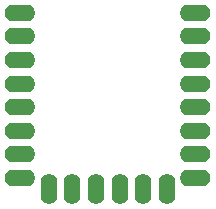
<source format=gbr>
%TF.GenerationSoftware,KiCad,Pcbnew,(5.1.6)-1*%
%TF.CreationDate,2021-01-29T18:20:16+05:30*%
%TF.ProjectId,Bluetooth_Module,426c7565-746f-46f7-9468-5f4d6f64756c,rev?*%
%TF.SameCoordinates,Original*%
%TF.FileFunction,Soldermask,Bot*%
%TF.FilePolarity,Negative*%
%FSLAX46Y46*%
G04 Gerber Fmt 4.6, Leading zero omitted, Abs format (unit mm)*
G04 Created by KiCad (PCBNEW (5.1.6)-1) date 2021-01-29 18:20:16*
%MOMM*%
%LPD*%
G01*
G04 APERTURE LIST*
%ADD10O,2.600000X1.400000*%
%ADD11C,1.400000*%
%ADD12O,1.400000X2.600000*%
G04 APERTURE END LIST*
D10*
%TO.C,J12*%
X100600000Y-86500000D03*
D11*
X100000000Y-86500000D03*
%TD*%
D12*
%TO.C,J1*%
X103000000Y-99400000D03*
D11*
X103000000Y-100000000D03*
%TD*%
D10*
%TO.C,J2*%
X100600000Y-98500000D03*
D11*
X100000000Y-98500000D03*
%TD*%
D10*
%TO.C,J3*%
X100600000Y-96500000D03*
D11*
X100000000Y-96500000D03*
%TD*%
D10*
%TO.C,J4*%
X100600000Y-94500000D03*
D11*
X100000000Y-94500000D03*
%TD*%
D10*
%TO.C,J5*%
X100600000Y-92500000D03*
D11*
X100000000Y-92500000D03*
%TD*%
D10*
%TO.C,J6*%
X100600000Y-90500000D03*
D11*
X100000000Y-90500000D03*
%TD*%
D10*
%TO.C,J7*%
X100600000Y-88500000D03*
D11*
X100000000Y-88500000D03*
%TD*%
D12*
%TO.C,J8*%
X107000000Y-99400000D03*
D11*
X107000000Y-100000000D03*
%TD*%
D12*
%TO.C,J9*%
X113000000Y-99400000D03*
D11*
X113000000Y-100000000D03*
%TD*%
D12*
%TO.C,J10*%
X111000000Y-99400000D03*
D11*
X111000000Y-100000000D03*
%TD*%
D12*
%TO.C,J11*%
X109000000Y-99400000D03*
D11*
X109000000Y-100000000D03*
%TD*%
D10*
%TO.C,J14*%
X115400000Y-84500000D03*
D11*
X116000000Y-84500000D03*
%TD*%
D10*
%TO.C,J15*%
X115400000Y-88500000D03*
D11*
X116000000Y-88500000D03*
%TD*%
D10*
%TO.C,J16*%
X115400000Y-90500000D03*
D11*
X116000000Y-90500000D03*
%TD*%
D10*
%TO.C,J17*%
X115400000Y-92500000D03*
D11*
X116000000Y-92500000D03*
%TD*%
D10*
%TO.C,J18*%
X115400000Y-94500000D03*
D11*
X116000000Y-94500000D03*
%TD*%
D10*
%TO.C,J19*%
X115400000Y-96500000D03*
D11*
X116000000Y-96500000D03*
%TD*%
D10*
%TO.C,J20*%
X115400000Y-98500000D03*
D11*
X116000000Y-98500000D03*
%TD*%
D10*
%TO.C,J21*%
X115400000Y-86500000D03*
D11*
X116000000Y-86500000D03*
%TD*%
D12*
%TO.C,J22*%
X105000000Y-99400000D03*
D11*
X105000000Y-100000000D03*
%TD*%
D10*
%TO.C,J13*%
X100600000Y-84500000D03*
D11*
X100000000Y-84500000D03*
%TD*%
M02*

</source>
